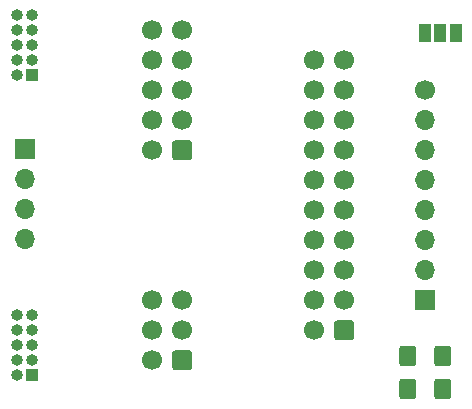
<source format=gbr>
%TF.GenerationSoftware,KiCad,Pcbnew,(5.1.7)-1*%
%TF.CreationDate,2020-11-29T11:25:41+01:00*%
%TF.ProjectId,PickitUp,5069636b-6974-4557-902e-6b696361645f,rev?*%
%TF.SameCoordinates,Original*%
%TF.FileFunction,Soldermask,Top*%
%TF.FilePolarity,Negative*%
%FSLAX46Y46*%
G04 Gerber Fmt 4.6, Leading zero omitted, Abs format (unit mm)*
G04 Created by KiCad (PCBNEW (5.1.7)-1) date 2020-11-29 11:25:41*
%MOMM*%
%LPD*%
G01*
G04 APERTURE LIST*
%ADD10C,1.700000*%
%ADD11R,1.000000X1.500000*%
%ADD12R,1.700000X1.700000*%
%ADD13O,1.700000X1.700000*%
%ADD14R,1.000000X1.000000*%
%ADD15O,1.000000X1.000000*%
G04 APERTURE END LIST*
%TO.C,R1*%
G36*
G01*
X197625000Y-112512000D02*
X197625000Y-111262000D01*
G75*
G02*
X197875000Y-111012000I250000J0D01*
G01*
X198800000Y-111012000D01*
G75*
G02*
X199050000Y-111262000I0J-250000D01*
G01*
X199050000Y-112512000D01*
G75*
G02*
X198800000Y-112762000I-250000J0D01*
G01*
X197875000Y-112762000D01*
G75*
G02*
X197625000Y-112512000I0J250000D01*
G01*
G37*
G36*
G01*
X194650000Y-112512000D02*
X194650000Y-111262000D01*
G75*
G02*
X194900000Y-111012000I250000J0D01*
G01*
X195825000Y-111012000D01*
G75*
G02*
X196075000Y-111262000I0J-250000D01*
G01*
X196075000Y-112512000D01*
G75*
G02*
X195825000Y-112762000I-250000J0D01*
G01*
X194900000Y-112762000D01*
G75*
G02*
X194650000Y-112512000I0J250000D01*
G01*
G37*
%TD*%
%TO.C,D1*%
G36*
G01*
X196075000Y-114056000D02*
X196075000Y-115306000D01*
G75*
G02*
X195825000Y-115556000I-250000J0D01*
G01*
X194900000Y-115556000D01*
G75*
G02*
X194650000Y-115306000I0J250000D01*
G01*
X194650000Y-114056000D01*
G75*
G02*
X194900000Y-113806000I250000J0D01*
G01*
X195825000Y-113806000D01*
G75*
G02*
X196075000Y-114056000I0J-250000D01*
G01*
G37*
G36*
G01*
X199050000Y-114056000D02*
X199050000Y-115306000D01*
G75*
G02*
X198800000Y-115556000I-250000J0D01*
G01*
X197875000Y-115556000D01*
G75*
G02*
X197625000Y-115306000I0J250000D01*
G01*
X197625000Y-114056000D01*
G75*
G02*
X197875000Y-113806000I250000J0D01*
G01*
X198800000Y-113806000D01*
G75*
G02*
X199050000Y-114056000I0J-250000D01*
G01*
G37*
%TD*%
D10*
%TO.C,J3*%
X187452000Y-86868000D03*
X187452000Y-89408000D03*
X187452000Y-91948000D03*
X187452000Y-94488000D03*
X187452000Y-97028000D03*
X187452000Y-99568000D03*
X187452000Y-102108000D03*
X187452000Y-104648000D03*
X187452000Y-107188000D03*
X187452000Y-109728000D03*
X189992000Y-86868000D03*
X189992000Y-89408000D03*
X189992000Y-91948000D03*
X189992000Y-94488000D03*
X189992000Y-97028000D03*
X189992000Y-99568000D03*
X189992000Y-102108000D03*
X189992000Y-104648000D03*
X189992000Y-107188000D03*
G36*
G01*
X190842000Y-109128000D02*
X190842000Y-110328000D01*
G75*
G02*
X190592000Y-110578000I-250000J0D01*
G01*
X189392000Y-110578000D01*
G75*
G02*
X189142000Y-110328000I0J250000D01*
G01*
X189142000Y-109128000D01*
G75*
G02*
X189392000Y-108878000I250000J0D01*
G01*
X190592000Y-108878000D01*
G75*
G02*
X190842000Y-109128000I0J-250000D01*
G01*
G37*
%TD*%
D11*
%TO.C,JP1*%
X198120000Y-84582000D03*
X196820000Y-84582000D03*
X199420000Y-84582000D03*
%TD*%
D12*
%TO.C,J1*%
X196850000Y-107188000D03*
D13*
X196850000Y-104648000D03*
X196850000Y-102108000D03*
X196850000Y-99568000D03*
X196850000Y-97028000D03*
X196850000Y-94488000D03*
X196850000Y-91948000D03*
D10*
X196850000Y-89408000D03*
%TD*%
D13*
%TO.C,J7*%
X162941000Y-101981000D03*
X162941000Y-99441000D03*
X162941000Y-96901000D03*
D12*
X162941000Y-94361000D03*
%TD*%
D14*
%TO.C,J5*%
X163576000Y-88138000D03*
D15*
X162306000Y-88138000D03*
X163576000Y-86868000D03*
X162306000Y-86868000D03*
X163576000Y-85598000D03*
X162306000Y-85598000D03*
X163576000Y-84328000D03*
X162306000Y-84328000D03*
X163576000Y-83058000D03*
X162306000Y-83058000D03*
%TD*%
D10*
%TO.C,J4*%
X173736000Y-84328000D03*
X173736000Y-86868000D03*
X173736000Y-89408000D03*
X173736000Y-91948000D03*
X173736000Y-94488000D03*
X176276000Y-84328000D03*
X176276000Y-86868000D03*
X176276000Y-89408000D03*
X176276000Y-91948000D03*
G36*
G01*
X177126000Y-93888000D02*
X177126000Y-95088000D01*
G75*
G02*
X176876000Y-95338000I-250000J0D01*
G01*
X175676000Y-95338000D01*
G75*
G02*
X175426000Y-95088000I0J250000D01*
G01*
X175426000Y-93888000D01*
G75*
G02*
X175676000Y-93638000I250000J0D01*
G01*
X176876000Y-93638000D01*
G75*
G02*
X177126000Y-93888000I0J-250000D01*
G01*
G37*
%TD*%
%TO.C,J6*%
X173736000Y-107188000D03*
X173736000Y-109728000D03*
X173736000Y-112268000D03*
X176276000Y-107188000D03*
X176276000Y-109728000D03*
G36*
G01*
X177126000Y-111668000D02*
X177126000Y-112868000D01*
G75*
G02*
X176876000Y-113118000I-250000J0D01*
G01*
X175676000Y-113118000D01*
G75*
G02*
X175426000Y-112868000I0J250000D01*
G01*
X175426000Y-111668000D01*
G75*
G02*
X175676000Y-111418000I250000J0D01*
G01*
X176876000Y-111418000D01*
G75*
G02*
X177126000Y-111668000I0J-250000D01*
G01*
G37*
%TD*%
D14*
%TO.C,J2*%
X163576000Y-113538000D03*
D15*
X162306000Y-113538000D03*
X163576000Y-112268000D03*
X162306000Y-112268000D03*
X163576000Y-110998000D03*
X162306000Y-110998000D03*
X163576000Y-109728000D03*
X162306000Y-109728000D03*
X163576000Y-108458000D03*
X162306000Y-108458000D03*
%TD*%
M02*

</source>
